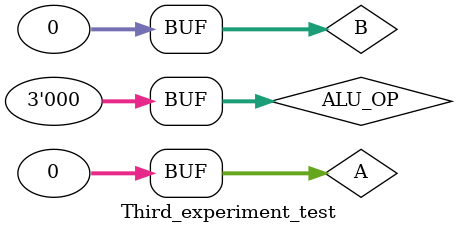
<source format=v>
`timescale 1ns / 1ps


module Third_experiment_test;

	// Inputs
	reg [2:0] ALU_OP;
	reg [31:0] A;
	reg [31:0] B;

	// Outputs
	wire OF;
	wire ZF;
	wire [31:0] F;

	// Instantiate the Unit Under Test (UUT)
	Third_experiment_first uut (
		.OF(OF), 
		.ZF(ZF), 
		.ALU_OP(ALU_OP), 
		.A(A), 
		.B(B), 
		.F(F)
	);

	initial begin
		// Initialize Inputs
		ALU_OP = 0;
		A = 0;
		B = 0;

		// Wait 100 ns for global reset to finish
		#100;
        
		// Add stimulus here

	end
      
endmodule


</source>
